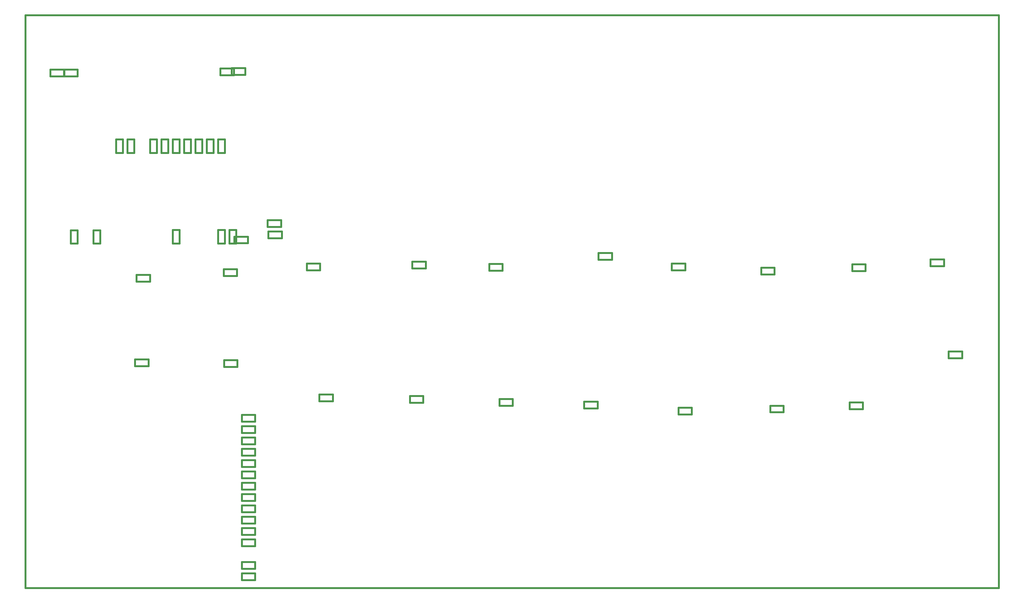
<source format=gko>
%FSLAX33Y33*%
%MOMM*%
%ADD10C,0.381*%
D10*
%LNpath-145*%
G01*
X0Y0D02*
X218200Y0D01*
X218200Y128500*
X0Y128500*
X0Y0*
X43220Y77304D02*
X44720Y77304D01*
X44720Y80304*
X43220Y80304*
X43220Y77304*
X65925Y41925D02*
X68925Y41925D01*
X68925Y43425*
X65925Y43425*
X65925Y41925*
X48500Y9410D02*
X51500Y9410D01*
X51500Y10910*
X48500Y10910*
X48500Y9410*
X33060Y77304D02*
X34560Y77304D01*
X34560Y80304*
X33060Y80304*
X33060Y77304*
X44550Y49592D02*
X47550Y49592D01*
X47550Y51092*
X44550Y51092*
X44550Y49592*
X44448Y69975D02*
X47448Y69975D01*
X47448Y71475*
X44448Y71475*
X44448Y69975*
X43220Y97625D02*
X44720Y97625D01*
X44720Y100625*
X43220Y100625*
X43220Y97625*
X40680Y97625D02*
X42180Y97625D01*
X42180Y100625*
X40680Y100625*
X40680Y97625*
X48500Y1790D02*
X51500Y1790D01*
X51500Y3290*
X48500Y3290*
X48500Y1790*
X27980Y97625D02*
X29480Y97625D01*
X29480Y100625*
X27980Y100625*
X27980Y97625*
X35607Y97625D02*
X37107Y97625D01*
X37107Y100625*
X35607Y100625*
X35607Y97625*
X20359Y97625D02*
X21859Y97625D01*
X21859Y100625*
X20359Y100625*
X20359Y97625*
X46280Y115149D02*
X49280Y115149D01*
X49280Y116649*
X46280Y116649*
X46280Y115149*
X48500Y4330D02*
X51500Y4330D01*
X51500Y5830*
X48500Y5830*
X48500Y4330*
X8725Y114774D02*
X11725Y114774D01*
X11725Y116274*
X8725Y116274*
X8725Y114774*
X48500Y19570D02*
X51500Y19570D01*
X51500Y21070*
X48500Y21070*
X48500Y19570*
X22900Y97625D02*
X24400Y97625D01*
X24400Y100625*
X22900Y100625*
X22900Y97625*
X106246Y40900D02*
X109246Y40900D01*
X109246Y42400*
X106246Y42400*
X106246Y40900*
X48500Y27190D02*
X51500Y27190D01*
X51500Y28690*
X48500Y28690*
X48500Y27190*
X48500Y14489D02*
X51500Y14489D01*
X51500Y15989*
X48500Y15989*
X48500Y14489*
X45760Y77304D02*
X47260Y77304D01*
X47260Y80304*
X45760Y80304*
X45760Y77304*
X48500Y11950D02*
X51500Y11950D01*
X51500Y13450*
X48500Y13450*
X48500Y11950*
X86175Y41550D02*
X89175Y41550D01*
X89175Y43050*
X86175Y43050*
X86175Y41550*
X5640Y114774D02*
X8640Y114774D01*
X8640Y116274*
X5640Y116274*
X5640Y114774*
X24941Y68725D02*
X27941Y68725D01*
X27941Y70225*
X24941Y70225*
X24941Y68725*
X46875Y77324D02*
X49875Y77324D01*
X49875Y78824*
X46875Y78824*
X46875Y77324*
X43739Y115074D02*
X46739Y115074D01*
X46739Y116574*
X43739Y116574*
X43739Y115074*
X206949Y51575D02*
X209949Y51575D01*
X209949Y53075*
X206949Y53075*
X206949Y51575*
X48500Y32269D02*
X51500Y32269D01*
X51500Y33769*
X48500Y33769*
X48500Y32269*
X103949Y71174D02*
X106949Y71174D01*
X106949Y72674*
X103949Y72674*
X103949Y71174*
X48500Y24650D02*
X51500Y24650D01*
X51500Y26150*
X48500Y26150*
X48500Y24650*
X54299Y81000D02*
X57299Y81000D01*
X57299Y82500*
X54299Y82500*
X54299Y81000*
X48500Y17029D02*
X51500Y17029D01*
X51500Y18529*
X48500Y18529*
X48500Y17029*
X48500Y37349D02*
X51500Y37349D01*
X51500Y38849*
X48500Y38849*
X48500Y37349*
X86750Y71725D02*
X89750Y71725D01*
X89750Y73225*
X86750Y73225*
X86750Y71725*
X164950Y70369D02*
X167950Y70369D01*
X167950Y71869*
X164950Y71869*
X164950Y70369*
X38140Y97625D02*
X39640Y97625D01*
X39640Y100625*
X38140Y100625*
X38140Y97625*
X48500Y29729D02*
X51500Y29729D01*
X51500Y31229*
X48500Y31229*
X48500Y29729*
X48500Y34809D02*
X51500Y34809D01*
X51500Y36309*
X48500Y36309*
X48500Y34809*
X24611Y49745D02*
X27611Y49745D01*
X27611Y51245*
X24611Y51245*
X24611Y49745*
X185317Y71081D02*
X188317Y71081D01*
X188317Y72581*
X185317Y72581*
X185317Y71081*
X146400Y38925D02*
X149400Y38925D01*
X149400Y40425*
X146400Y40425*
X146400Y38925*
X125246Y40275D02*
X128246Y40275D01*
X128246Y41775*
X125246Y41775*
X125246Y40275*
X184732Y40118D02*
X187732Y40118D01*
X187732Y41618*
X184732Y41618*
X184732Y40118*
X33060Y97625D02*
X34560Y97625D01*
X34560Y100625*
X33060Y100625*
X33060Y97625*
X63075Y71300D02*
X66075Y71300D01*
X66075Y72800*
X63075Y72800*
X63075Y71300*
X166978Y39400D02*
X169978Y39400D01*
X169978Y40900*
X166978Y40900*
X166978Y39400*
X54474Y78499D02*
X57474Y78499D01*
X57474Y79999*
X54474Y79999*
X54474Y78499*
X48500Y22110D02*
X51500Y22110D01*
X51500Y23610*
X48500Y23610*
X48500Y22110*
X202899Y72224D02*
X205899Y72224D01*
X205899Y73724*
X202899Y73724*
X202899Y72224*
X128475Y73650D02*
X131475Y73650D01*
X131475Y75150*
X128475Y75150*
X128475Y73650*
X144900Y71284D02*
X147900Y71284D01*
X147900Y72784*
X144900Y72784*
X144900Y71284*
X15279Y77255D02*
X16779Y77255D01*
X16779Y80255*
X15279Y80255*
X15279Y77255*
X10199Y77255D02*
X11699Y77255D01*
X11699Y80255*
X10199Y80255*
X10199Y77255*
X30519Y97625D02*
X32019Y97625D01*
X32019Y100625*
X30519Y100625*
X30519Y97625*
%LNmechanical details_traces*%
M02*
</source>
